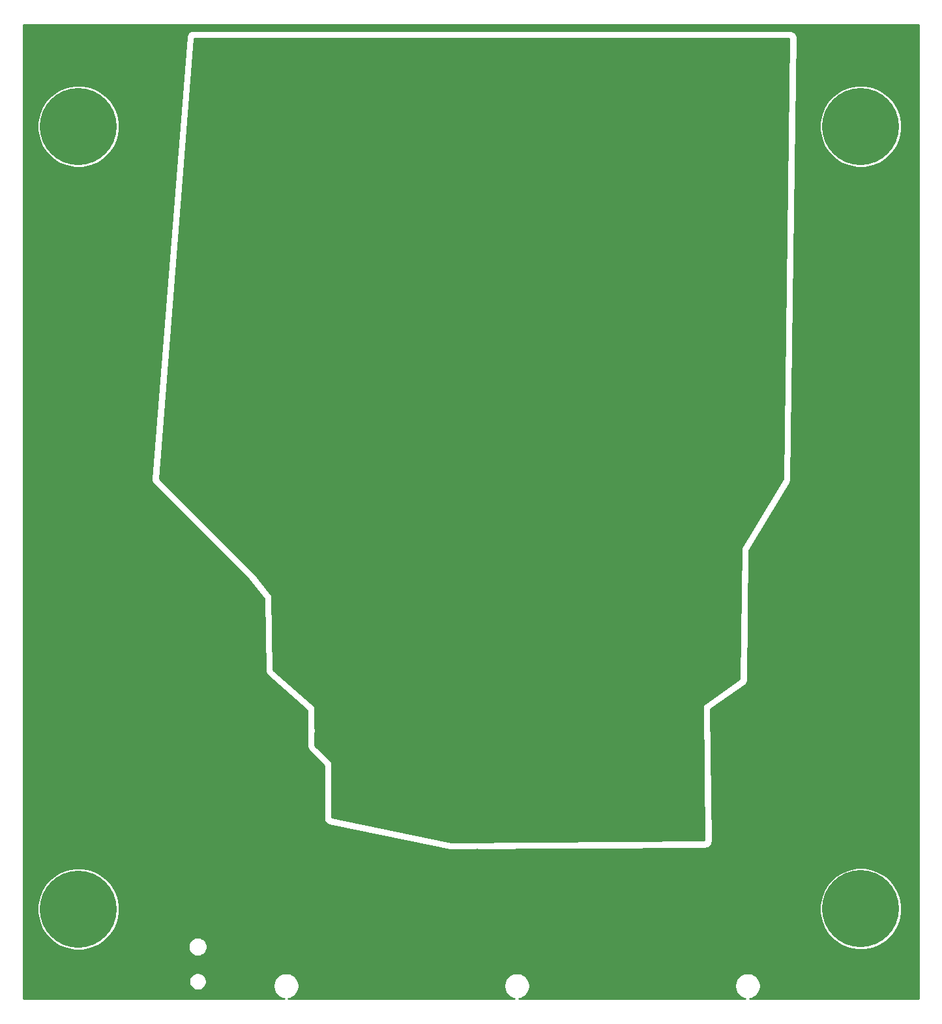
<source format=gbl>
G04 #@! TF.GenerationSoftware,KiCad,Pcbnew,(5.1.6)-1*
G04 #@! TF.CreationDate,2022-06-13T23:48:11-07:00*
G04 #@! TF.ProjectId,High current 4x1 LED mux,48696768-2063-4757-9272-656e74203478,rev?*
G04 #@! TF.SameCoordinates,Original*
G04 #@! TF.FileFunction,Copper,L2,Bot*
G04 #@! TF.FilePolarity,Positive*
%FSLAX46Y46*%
G04 Gerber Fmt 4.6, Leading zero omitted, Abs format (unit mm)*
G04 Created by KiCad (PCBNEW (5.1.6)-1) date 2022-06-13 23:48:11*
%MOMM*%
%LPD*%
G01*
G04 APERTURE LIST*
G04 #@! TA.AperFunction,ComponentPad*
%ADD10C,10.000000*%
G04 #@! TD*
G04 #@! TA.AperFunction,ViaPad*
%ADD11C,0.800000*%
G04 #@! TD*
G04 #@! TA.AperFunction,Conductor*
%ADD12C,0.254000*%
G04 #@! TD*
G04 APERTURE END LIST*
D10*
X188610000Y-147580000D03*
X87000000Y-147600000D03*
X188600000Y-46000000D03*
X87000000Y-46000000D03*
D11*
X164000000Y-33200000D03*
X156000000Y-33200000D03*
X172000000Y-33200000D03*
X80200000Y-33200000D03*
X148000000Y-33200000D03*
X188000000Y-33200000D03*
X180000000Y-33200000D03*
X142000000Y-33200000D03*
X126000000Y-33200000D03*
X134000000Y-33200000D03*
X118000000Y-33200000D03*
X195800000Y-33200000D03*
X99400000Y-33200000D03*
X105600000Y-33200000D03*
X88000000Y-33200000D03*
X112000000Y-33200000D03*
X195800000Y-74000000D03*
X195800000Y-90000000D03*
X195800000Y-50000000D03*
X195800000Y-66000000D03*
X195800000Y-33200000D03*
X195800000Y-58000000D03*
X195800000Y-98000000D03*
X195800000Y-82000000D03*
X195800000Y-106000000D03*
X195800000Y-42000000D03*
X195800000Y-154000000D03*
X195800000Y-146000000D03*
X195800000Y-158800000D03*
X195800000Y-122000000D03*
X195800000Y-130000000D03*
X195800000Y-114000000D03*
X195800000Y-138000000D03*
X80200000Y-33200000D03*
X80200000Y-42000000D03*
X80200000Y-50000000D03*
X80200000Y-58000000D03*
X80200000Y-66000000D03*
X80200000Y-74000000D03*
X80200000Y-82000000D03*
X80200000Y-90000000D03*
X80200000Y-98000000D03*
X80200000Y-106000000D03*
X80200000Y-114000000D03*
X80200000Y-122000000D03*
X80200000Y-130000000D03*
X80200000Y-138000000D03*
X80200000Y-146000000D03*
X80200000Y-154000000D03*
X80200000Y-158800000D03*
X188000000Y-158800000D03*
X180000000Y-158800000D03*
X172000000Y-158800000D03*
X164000000Y-158800000D03*
X156000000Y-158800000D03*
X148000000Y-158800000D03*
X142000000Y-158800000D03*
X134000000Y-158800000D03*
X126000000Y-158800000D03*
X118000000Y-158800000D03*
X112000000Y-158800000D03*
X88000000Y-158800000D03*
X99400000Y-158800000D03*
X105600000Y-158800000D03*
X99200000Y-111000000D03*
X99200000Y-123600000D03*
X99200000Y-117400000D03*
X105200000Y-111000000D03*
X110840000Y-111310000D03*
X110930000Y-116910000D03*
X116440000Y-124410000D03*
X106800000Y-123400000D03*
X87850000Y-122610000D03*
X87980000Y-108450000D03*
X87850000Y-90720000D03*
X87900000Y-72390000D03*
X94940000Y-72360000D03*
X95070000Y-90660000D03*
X95010000Y-108520000D03*
X95080000Y-122600000D03*
X97040000Y-139700000D03*
X111430000Y-126140000D03*
X111530000Y-128830000D03*
X111800000Y-131230000D03*
X130140000Y-142780000D03*
X115530000Y-141960000D03*
X111820000Y-133650000D03*
X116050000Y-149450000D03*
X127760000Y-151110000D03*
X143810000Y-150280000D03*
X165290000Y-150640000D03*
X179490000Y-144940000D03*
X90030000Y-55240000D03*
X88150000Y-136650000D03*
X94610000Y-136650000D03*
X104740000Y-134340000D03*
X105350000Y-125060000D03*
X99380000Y-154360000D03*
X105590000Y-154380000D03*
X99380000Y-149540000D03*
X105610000Y-149540000D03*
X86570000Y-131600000D03*
X108680000Y-106380000D03*
X97680000Y-131260000D03*
X153070000Y-146960000D03*
X100440000Y-37860000D03*
X138770000Y-140220000D03*
X141980000Y-146100000D03*
X158940000Y-140200000D03*
X102800000Y-35070000D03*
X105000000Y-37500000D03*
X107500000Y-35000000D03*
X110000000Y-37500000D03*
X112500000Y-35000000D03*
X117500000Y-35000000D03*
X120000000Y-37500000D03*
X122500000Y-35000000D03*
X102500000Y-40000000D03*
X107500000Y-40000000D03*
X112500000Y-40000000D03*
X117500000Y-40000000D03*
X122500000Y-40000000D03*
X125000000Y-37500000D03*
X127500000Y-35000000D03*
X127500000Y-40000000D03*
X132500000Y-35000000D03*
X132500000Y-40000000D03*
X135000000Y-37500000D03*
X137500000Y-35000000D03*
X137500000Y-40000000D03*
X140000000Y-37500000D03*
X142500000Y-35000000D03*
X142500000Y-40000000D03*
X145000000Y-37500000D03*
X147500000Y-35000000D03*
X147500000Y-40000000D03*
X152500000Y-35000000D03*
X152500000Y-40000000D03*
X155000000Y-37500000D03*
X157500000Y-35000000D03*
X157500000Y-40000000D03*
X160000000Y-37500000D03*
X162500000Y-35000000D03*
X162500000Y-40000000D03*
X167500000Y-35000000D03*
X167500000Y-40000000D03*
X170000000Y-37500000D03*
X170000000Y-42500000D03*
X120000000Y-122500000D03*
X120150000Y-127340000D03*
X122500000Y-125000000D03*
X125000000Y-122500000D03*
X130000000Y-122500000D03*
X135000000Y-122500000D03*
X132500000Y-125000000D03*
X127500000Y-125000000D03*
X125000000Y-127500000D03*
X130000000Y-127500000D03*
X122500000Y-130000000D03*
X127500000Y-130000000D03*
X132500000Y-130000000D03*
X130000000Y-132500000D03*
X125000000Y-132500000D03*
X122470000Y-134780000D03*
X127500000Y-134780000D03*
X132550000Y-134790000D03*
X135000000Y-132500000D03*
X137500000Y-130000000D03*
X137500000Y-135000000D03*
X140000000Y-132500000D03*
X142500000Y-130000000D03*
X142500000Y-135000000D03*
X145000000Y-132500000D03*
X145000000Y-127500000D03*
X142500000Y-125000000D03*
X140000000Y-122500000D03*
X145000000Y-122500000D03*
X147500000Y-125000000D03*
X150000000Y-122500000D03*
X150000000Y-127500000D03*
X147500000Y-130000000D03*
X150000000Y-132500000D03*
X147500000Y-135000000D03*
X152500000Y-125000000D03*
X152500000Y-130000000D03*
X152500000Y-135000000D03*
X155000000Y-122500000D03*
X155000000Y-127500000D03*
X155000000Y-132500000D03*
X157500000Y-135000000D03*
X157500000Y-130000000D03*
X157500000Y-125000000D03*
X160000000Y-122500000D03*
X160000000Y-127500000D03*
X160000000Y-132500000D03*
X162500000Y-135000000D03*
X162500000Y-130000000D03*
X162500000Y-125000000D03*
X165000000Y-122500000D03*
X165000000Y-127500000D03*
X165000000Y-132500000D03*
X167500000Y-125000000D03*
X167500000Y-130000000D03*
X167500000Y-135000000D03*
X115000000Y-37500000D03*
X130000000Y-37500000D03*
X150000000Y-37500000D03*
X165000000Y-37500000D03*
X172500000Y-35000000D03*
X172500000Y-40000000D03*
X175000000Y-37500000D03*
X177500000Y-35000000D03*
X177500000Y-40000000D03*
X175000000Y-42500000D03*
X140000000Y-137500000D03*
X145000000Y-137500000D03*
X150000000Y-137500000D03*
X155000000Y-137500000D03*
X160000000Y-137500000D03*
X165000000Y-137500000D03*
X135000000Y-42500000D03*
X150000000Y-42500000D03*
X117500000Y-42500000D03*
X117500000Y-47500000D03*
X135000000Y-47500000D03*
X150000000Y-47500000D03*
X167500000Y-47500000D03*
D12*
G36*
X196138000Y-159238000D02*
G01*
X174206317Y-159238000D01*
X174410621Y-159197361D01*
X174716726Y-159070569D01*
X174992212Y-158886494D01*
X175226494Y-158652212D01*
X175410569Y-158376726D01*
X175537361Y-158070621D01*
X175602000Y-157745662D01*
X175602000Y-157414338D01*
X175537361Y-157089379D01*
X175410569Y-156783274D01*
X175226494Y-156507788D01*
X174992212Y-156273506D01*
X174716726Y-156089431D01*
X174410621Y-155962639D01*
X174085662Y-155898000D01*
X173754338Y-155898000D01*
X173429379Y-155962639D01*
X173123274Y-156089431D01*
X172847788Y-156273506D01*
X172613506Y-156507788D01*
X172429431Y-156783274D01*
X172302639Y-157089379D01*
X172238000Y-157414338D01*
X172238000Y-157745662D01*
X172302639Y-158070621D01*
X172429431Y-158376726D01*
X172613506Y-158652212D01*
X172847788Y-158886494D01*
X173123274Y-159070569D01*
X173429379Y-159197361D01*
X173633683Y-159238000D01*
X144236317Y-159238000D01*
X144440621Y-159197361D01*
X144746726Y-159070569D01*
X145022212Y-158886494D01*
X145256494Y-158652212D01*
X145440569Y-158376726D01*
X145567361Y-158070621D01*
X145632000Y-157745662D01*
X145632000Y-157414338D01*
X145567361Y-157089379D01*
X145440569Y-156783274D01*
X145256494Y-156507788D01*
X145022212Y-156273506D01*
X144746726Y-156089431D01*
X144440621Y-155962639D01*
X144115662Y-155898000D01*
X143784338Y-155898000D01*
X143459379Y-155962639D01*
X143153274Y-156089431D01*
X142877788Y-156273506D01*
X142643506Y-156507788D01*
X142459431Y-156783274D01*
X142332639Y-157089379D01*
X142268000Y-157414338D01*
X142268000Y-157745662D01*
X142332639Y-158070621D01*
X142459431Y-158376726D01*
X142643506Y-158652212D01*
X142877788Y-158886494D01*
X143153274Y-159070569D01*
X143459379Y-159197361D01*
X143663683Y-159238000D01*
X114266317Y-159238000D01*
X114470621Y-159197361D01*
X114776726Y-159070569D01*
X115052212Y-158886494D01*
X115286494Y-158652212D01*
X115470569Y-158376726D01*
X115597361Y-158070621D01*
X115662000Y-157745662D01*
X115662000Y-157414338D01*
X115597361Y-157089379D01*
X115470569Y-156783274D01*
X115286494Y-156507788D01*
X115052212Y-156273506D01*
X114776726Y-156089431D01*
X114470621Y-155962639D01*
X114145662Y-155898000D01*
X113814338Y-155898000D01*
X113489379Y-155962639D01*
X113183274Y-156089431D01*
X112907788Y-156273506D01*
X112673506Y-156507788D01*
X112489431Y-156783274D01*
X112362639Y-157089379D01*
X112298000Y-157414338D01*
X112298000Y-157745662D01*
X112362639Y-158070621D01*
X112489431Y-158376726D01*
X112673506Y-158652212D01*
X112907788Y-158886494D01*
X113183274Y-159070569D01*
X113489379Y-159197361D01*
X113693683Y-159238000D01*
X79862000Y-159238000D01*
X79862000Y-156888015D01*
X101363000Y-156888015D01*
X101363000Y-157111985D01*
X101406695Y-157331651D01*
X101492404Y-157538571D01*
X101616835Y-157724795D01*
X101775205Y-157883165D01*
X101961429Y-158007596D01*
X102168349Y-158093305D01*
X102388015Y-158137000D01*
X102611985Y-158137000D01*
X102831651Y-158093305D01*
X103038571Y-158007596D01*
X103224795Y-157883165D01*
X103383165Y-157724795D01*
X103507596Y-157538571D01*
X103593305Y-157331651D01*
X103637000Y-157111985D01*
X103637000Y-156888015D01*
X103593305Y-156668349D01*
X103507596Y-156461429D01*
X103383165Y-156275205D01*
X103224795Y-156116835D01*
X103038571Y-155992404D01*
X102831651Y-155906695D01*
X102611985Y-155863000D01*
X102388015Y-155863000D01*
X102168349Y-155906695D01*
X101961429Y-155992404D01*
X101775205Y-156116835D01*
X101616835Y-156275205D01*
X101492404Y-156461429D01*
X101406695Y-156668349D01*
X101363000Y-156888015D01*
X79862000Y-156888015D01*
X79862000Y-147074351D01*
X81663000Y-147074351D01*
X81663000Y-148125649D01*
X81868098Y-149156745D01*
X82270412Y-150128017D01*
X82854482Y-151002139D01*
X83597861Y-151745518D01*
X84471983Y-152329588D01*
X85443255Y-152731902D01*
X86474351Y-152937000D01*
X87525649Y-152937000D01*
X88556745Y-152731902D01*
X89410739Y-152378166D01*
X101263000Y-152378166D01*
X101263000Y-152621834D01*
X101310538Y-152860819D01*
X101403785Y-153085939D01*
X101539160Y-153288541D01*
X101711459Y-153460840D01*
X101914061Y-153596215D01*
X102139181Y-153689462D01*
X102378166Y-153737000D01*
X102621834Y-153737000D01*
X102860819Y-153689462D01*
X103085939Y-153596215D01*
X103288541Y-153460840D01*
X103460840Y-153288541D01*
X103596215Y-153085939D01*
X103689462Y-152860819D01*
X103737000Y-152621834D01*
X103737000Y-152378166D01*
X103689462Y-152139181D01*
X103596215Y-151914061D01*
X103460840Y-151711459D01*
X103288541Y-151539160D01*
X103085939Y-151403785D01*
X102860819Y-151310538D01*
X102621834Y-151263000D01*
X102378166Y-151263000D01*
X102139181Y-151310538D01*
X101914061Y-151403785D01*
X101711459Y-151539160D01*
X101539160Y-151711459D01*
X101403785Y-151914061D01*
X101310538Y-152139181D01*
X101263000Y-152378166D01*
X89410739Y-152378166D01*
X89528017Y-152329588D01*
X90402139Y-151745518D01*
X91145518Y-151002139D01*
X91729588Y-150128017D01*
X92131902Y-149156745D01*
X92337000Y-148125649D01*
X92337000Y-147074351D01*
X92333022Y-147054351D01*
X183273000Y-147054351D01*
X183273000Y-148105649D01*
X183478098Y-149136745D01*
X183880412Y-150108017D01*
X184464482Y-150982139D01*
X185207861Y-151725518D01*
X186081983Y-152309588D01*
X187053255Y-152711902D01*
X188084351Y-152917000D01*
X189135649Y-152917000D01*
X190166745Y-152711902D01*
X191138017Y-152309588D01*
X192012139Y-151725518D01*
X192755518Y-150982139D01*
X193339588Y-150108017D01*
X193741902Y-149136745D01*
X193947000Y-148105649D01*
X193947000Y-147054351D01*
X193741902Y-146023255D01*
X193339588Y-145051983D01*
X192755518Y-144177861D01*
X192012139Y-143434482D01*
X191138017Y-142850412D01*
X190166745Y-142448098D01*
X189135649Y-142243000D01*
X188084351Y-142243000D01*
X187053255Y-142448098D01*
X186081983Y-142850412D01*
X185207861Y-143434482D01*
X184464482Y-144177861D01*
X183880412Y-145051983D01*
X183478098Y-146023255D01*
X183273000Y-147054351D01*
X92333022Y-147054351D01*
X92131902Y-146043255D01*
X91729588Y-145071983D01*
X91145518Y-144197861D01*
X90402139Y-143454482D01*
X89528017Y-142870412D01*
X88556745Y-142468098D01*
X87525649Y-142263000D01*
X86474351Y-142263000D01*
X85443255Y-142468098D01*
X84471983Y-142870412D01*
X83597861Y-143454482D01*
X82854482Y-144197861D01*
X82270412Y-145071983D01*
X81868098Y-146043255D01*
X81663000Y-147074351D01*
X79862000Y-147074351D01*
X79862000Y-91727114D01*
X96475870Y-91727114D01*
X96490812Y-91980849D01*
X96543564Y-92154748D01*
X96629228Y-92315014D01*
X96744512Y-92455488D01*
X109105322Y-104816298D01*
X111079655Y-107329085D01*
X111273201Y-116619308D01*
X111303001Y-116833926D01*
X111365873Y-117004427D01*
X111460800Y-117159386D01*
X111584135Y-117292848D01*
X116673000Y-121816284D01*
X116673000Y-126400000D01*
X116690812Y-126580849D01*
X116743564Y-126754748D01*
X116829228Y-126915014D01*
X116944512Y-127055488D01*
X118873000Y-128983976D01*
X118873000Y-135800000D01*
X118889748Y-135975416D01*
X118941460Y-136149627D01*
X119026166Y-136310401D01*
X119140609Y-136451562D01*
X119280392Y-136567683D01*
X119440144Y-136654302D01*
X119613725Y-136708092D01*
X135213725Y-139908092D01*
X135405618Y-139926983D01*
X168405618Y-139726983D01*
X168591168Y-139707074D01*
X168764456Y-139652350D01*
X168923739Y-139564871D01*
X169062894Y-139447997D01*
X169176575Y-139306222D01*
X169260412Y-139144993D01*
X169311184Y-138970506D01*
X169326940Y-138789467D01*
X169132463Y-121675501D01*
X173535822Y-118556455D01*
X173647732Y-118463154D01*
X173764660Y-118324045D01*
X173852204Y-118164798D01*
X173906998Y-117991532D01*
X173926936Y-117810905D01*
X174123984Y-101061791D01*
X179394896Y-92276938D01*
X179451273Y-92166964D01*
X179506508Y-91993838D01*
X179526905Y-91813262D01*
X180189929Y-45474351D01*
X183263000Y-45474351D01*
X183263000Y-46525649D01*
X183468098Y-47556745D01*
X183870412Y-48528017D01*
X184454482Y-49402139D01*
X185197861Y-50145518D01*
X186071983Y-50729588D01*
X187043255Y-51131902D01*
X188074351Y-51337000D01*
X189125649Y-51337000D01*
X190156745Y-51131902D01*
X191128017Y-50729588D01*
X192002139Y-50145518D01*
X192745518Y-49402139D01*
X193329588Y-48528017D01*
X193731902Y-47556745D01*
X193937000Y-46525649D01*
X193937000Y-45474351D01*
X193731902Y-44443255D01*
X193329588Y-43471983D01*
X192745518Y-42597861D01*
X192002139Y-41854482D01*
X191128017Y-41270412D01*
X190156745Y-40868098D01*
X189125649Y-40663000D01*
X188074351Y-40663000D01*
X187043255Y-40868098D01*
X186071983Y-41270412D01*
X185197861Y-41854482D01*
X184454482Y-42597861D01*
X183870412Y-43471983D01*
X183468098Y-44443255D01*
X183263000Y-45474351D01*
X180189929Y-45474351D01*
X180346905Y-34503262D01*
X180329188Y-34309151D01*
X180276436Y-34135252D01*
X180190772Y-33974986D01*
X180075488Y-33834512D01*
X179935014Y-33719228D01*
X179774748Y-33633564D01*
X179600849Y-33580812D01*
X179420000Y-33563000D01*
X101920000Y-33563000D01*
X101811196Y-33569407D01*
X101633688Y-33608323D01*
X101467183Y-33681121D01*
X101318079Y-33785003D01*
X101192107Y-33915979D01*
X101094107Y-34069013D01*
X101027846Y-34238226D01*
X100995870Y-34417114D01*
X96475870Y-91727114D01*
X79862000Y-91727114D01*
X79862000Y-45474351D01*
X81663000Y-45474351D01*
X81663000Y-46525649D01*
X81868098Y-47556745D01*
X82270412Y-48528017D01*
X82854482Y-49402139D01*
X83597861Y-50145518D01*
X84471983Y-50729588D01*
X85443255Y-51131902D01*
X86474351Y-51337000D01*
X87525649Y-51337000D01*
X88556745Y-51131902D01*
X89528017Y-50729588D01*
X90402139Y-50145518D01*
X91145518Y-49402139D01*
X91729588Y-48528017D01*
X92131902Y-47556745D01*
X92337000Y-46525649D01*
X92337000Y-45474351D01*
X92131902Y-44443255D01*
X91729588Y-43471983D01*
X91145518Y-42597861D01*
X90402139Y-41854482D01*
X89528017Y-41270412D01*
X88556745Y-40868098D01*
X87525649Y-40663000D01*
X86474351Y-40663000D01*
X85443255Y-40868098D01*
X84471983Y-41270412D01*
X83597861Y-41854482D01*
X82854482Y-42597861D01*
X82270412Y-43471983D01*
X81868098Y-44443255D01*
X81663000Y-45474351D01*
X79862000Y-45474351D01*
X79862000Y-32862000D01*
X196138001Y-32862000D01*
X196138000Y-159238000D01*
G37*
X196138000Y-159238000D02*
X174206317Y-159238000D01*
X174410621Y-159197361D01*
X174716726Y-159070569D01*
X174992212Y-158886494D01*
X175226494Y-158652212D01*
X175410569Y-158376726D01*
X175537361Y-158070621D01*
X175602000Y-157745662D01*
X175602000Y-157414338D01*
X175537361Y-157089379D01*
X175410569Y-156783274D01*
X175226494Y-156507788D01*
X174992212Y-156273506D01*
X174716726Y-156089431D01*
X174410621Y-155962639D01*
X174085662Y-155898000D01*
X173754338Y-155898000D01*
X173429379Y-155962639D01*
X173123274Y-156089431D01*
X172847788Y-156273506D01*
X172613506Y-156507788D01*
X172429431Y-156783274D01*
X172302639Y-157089379D01*
X172238000Y-157414338D01*
X172238000Y-157745662D01*
X172302639Y-158070621D01*
X172429431Y-158376726D01*
X172613506Y-158652212D01*
X172847788Y-158886494D01*
X173123274Y-159070569D01*
X173429379Y-159197361D01*
X173633683Y-159238000D01*
X144236317Y-159238000D01*
X144440621Y-159197361D01*
X144746726Y-159070569D01*
X145022212Y-158886494D01*
X145256494Y-158652212D01*
X145440569Y-158376726D01*
X145567361Y-158070621D01*
X145632000Y-157745662D01*
X145632000Y-157414338D01*
X145567361Y-157089379D01*
X145440569Y-156783274D01*
X145256494Y-156507788D01*
X145022212Y-156273506D01*
X144746726Y-156089431D01*
X144440621Y-155962639D01*
X144115662Y-155898000D01*
X143784338Y-155898000D01*
X143459379Y-155962639D01*
X143153274Y-156089431D01*
X142877788Y-156273506D01*
X142643506Y-156507788D01*
X142459431Y-156783274D01*
X142332639Y-157089379D01*
X142268000Y-157414338D01*
X142268000Y-157745662D01*
X142332639Y-158070621D01*
X142459431Y-158376726D01*
X142643506Y-158652212D01*
X142877788Y-158886494D01*
X143153274Y-159070569D01*
X143459379Y-159197361D01*
X143663683Y-159238000D01*
X114266317Y-159238000D01*
X114470621Y-159197361D01*
X114776726Y-159070569D01*
X115052212Y-158886494D01*
X115286494Y-158652212D01*
X115470569Y-158376726D01*
X115597361Y-158070621D01*
X115662000Y-157745662D01*
X115662000Y-157414338D01*
X115597361Y-157089379D01*
X115470569Y-156783274D01*
X115286494Y-156507788D01*
X115052212Y-156273506D01*
X114776726Y-156089431D01*
X114470621Y-155962639D01*
X114145662Y-155898000D01*
X113814338Y-155898000D01*
X113489379Y-155962639D01*
X113183274Y-156089431D01*
X112907788Y-156273506D01*
X112673506Y-156507788D01*
X112489431Y-156783274D01*
X112362639Y-157089379D01*
X112298000Y-157414338D01*
X112298000Y-157745662D01*
X112362639Y-158070621D01*
X112489431Y-158376726D01*
X112673506Y-158652212D01*
X112907788Y-158886494D01*
X113183274Y-159070569D01*
X113489379Y-159197361D01*
X113693683Y-159238000D01*
X79862000Y-159238000D01*
X79862000Y-156888015D01*
X101363000Y-156888015D01*
X101363000Y-157111985D01*
X101406695Y-157331651D01*
X101492404Y-157538571D01*
X101616835Y-157724795D01*
X101775205Y-157883165D01*
X101961429Y-158007596D01*
X102168349Y-158093305D01*
X102388015Y-158137000D01*
X102611985Y-158137000D01*
X102831651Y-158093305D01*
X103038571Y-158007596D01*
X103224795Y-157883165D01*
X103383165Y-157724795D01*
X103507596Y-157538571D01*
X103593305Y-157331651D01*
X103637000Y-157111985D01*
X103637000Y-156888015D01*
X103593305Y-156668349D01*
X103507596Y-156461429D01*
X103383165Y-156275205D01*
X103224795Y-156116835D01*
X103038571Y-155992404D01*
X102831651Y-155906695D01*
X102611985Y-155863000D01*
X102388015Y-155863000D01*
X102168349Y-155906695D01*
X101961429Y-155992404D01*
X101775205Y-156116835D01*
X101616835Y-156275205D01*
X101492404Y-156461429D01*
X101406695Y-156668349D01*
X101363000Y-156888015D01*
X79862000Y-156888015D01*
X79862000Y-147074351D01*
X81663000Y-147074351D01*
X81663000Y-148125649D01*
X81868098Y-149156745D01*
X82270412Y-150128017D01*
X82854482Y-151002139D01*
X83597861Y-151745518D01*
X84471983Y-152329588D01*
X85443255Y-152731902D01*
X86474351Y-152937000D01*
X87525649Y-152937000D01*
X88556745Y-152731902D01*
X89410739Y-152378166D01*
X101263000Y-152378166D01*
X101263000Y-152621834D01*
X101310538Y-152860819D01*
X101403785Y-153085939D01*
X101539160Y-153288541D01*
X101711459Y-153460840D01*
X101914061Y-153596215D01*
X102139181Y-153689462D01*
X102378166Y-153737000D01*
X102621834Y-153737000D01*
X102860819Y-153689462D01*
X103085939Y-153596215D01*
X103288541Y-153460840D01*
X103460840Y-153288541D01*
X103596215Y-153085939D01*
X103689462Y-152860819D01*
X103737000Y-152621834D01*
X103737000Y-152378166D01*
X103689462Y-152139181D01*
X103596215Y-151914061D01*
X103460840Y-151711459D01*
X103288541Y-151539160D01*
X103085939Y-151403785D01*
X102860819Y-151310538D01*
X102621834Y-151263000D01*
X102378166Y-151263000D01*
X102139181Y-151310538D01*
X101914061Y-151403785D01*
X101711459Y-151539160D01*
X101539160Y-151711459D01*
X101403785Y-151914061D01*
X101310538Y-152139181D01*
X101263000Y-152378166D01*
X89410739Y-152378166D01*
X89528017Y-152329588D01*
X90402139Y-151745518D01*
X91145518Y-151002139D01*
X91729588Y-150128017D01*
X92131902Y-149156745D01*
X92337000Y-148125649D01*
X92337000Y-147074351D01*
X92333022Y-147054351D01*
X183273000Y-147054351D01*
X183273000Y-148105649D01*
X183478098Y-149136745D01*
X183880412Y-150108017D01*
X184464482Y-150982139D01*
X185207861Y-151725518D01*
X186081983Y-152309588D01*
X187053255Y-152711902D01*
X188084351Y-152917000D01*
X189135649Y-152917000D01*
X190166745Y-152711902D01*
X191138017Y-152309588D01*
X192012139Y-151725518D01*
X192755518Y-150982139D01*
X193339588Y-150108017D01*
X193741902Y-149136745D01*
X193947000Y-148105649D01*
X193947000Y-147054351D01*
X193741902Y-146023255D01*
X193339588Y-145051983D01*
X192755518Y-144177861D01*
X192012139Y-143434482D01*
X191138017Y-142850412D01*
X190166745Y-142448098D01*
X189135649Y-142243000D01*
X188084351Y-142243000D01*
X187053255Y-142448098D01*
X186081983Y-142850412D01*
X185207861Y-143434482D01*
X184464482Y-144177861D01*
X183880412Y-145051983D01*
X183478098Y-146023255D01*
X183273000Y-147054351D01*
X92333022Y-147054351D01*
X92131902Y-146043255D01*
X91729588Y-145071983D01*
X91145518Y-144197861D01*
X90402139Y-143454482D01*
X89528017Y-142870412D01*
X88556745Y-142468098D01*
X87525649Y-142263000D01*
X86474351Y-142263000D01*
X85443255Y-142468098D01*
X84471983Y-142870412D01*
X83597861Y-143454482D01*
X82854482Y-144197861D01*
X82270412Y-145071983D01*
X81868098Y-146043255D01*
X81663000Y-147074351D01*
X79862000Y-147074351D01*
X79862000Y-91727114D01*
X96475870Y-91727114D01*
X96490812Y-91980849D01*
X96543564Y-92154748D01*
X96629228Y-92315014D01*
X96744512Y-92455488D01*
X109105322Y-104816298D01*
X111079655Y-107329085D01*
X111273201Y-116619308D01*
X111303001Y-116833926D01*
X111365873Y-117004427D01*
X111460800Y-117159386D01*
X111584135Y-117292848D01*
X116673000Y-121816284D01*
X116673000Y-126400000D01*
X116690812Y-126580849D01*
X116743564Y-126754748D01*
X116829228Y-126915014D01*
X116944512Y-127055488D01*
X118873000Y-128983976D01*
X118873000Y-135800000D01*
X118889748Y-135975416D01*
X118941460Y-136149627D01*
X119026166Y-136310401D01*
X119140609Y-136451562D01*
X119280392Y-136567683D01*
X119440144Y-136654302D01*
X119613725Y-136708092D01*
X135213725Y-139908092D01*
X135405618Y-139926983D01*
X168405618Y-139726983D01*
X168591168Y-139707074D01*
X168764456Y-139652350D01*
X168923739Y-139564871D01*
X169062894Y-139447997D01*
X169176575Y-139306222D01*
X169260412Y-139144993D01*
X169311184Y-138970506D01*
X169326940Y-138789467D01*
X169132463Y-121675501D01*
X173535822Y-118556455D01*
X173647732Y-118463154D01*
X173764660Y-118324045D01*
X173852204Y-118164798D01*
X173906998Y-117991532D01*
X173926936Y-117810905D01*
X174123984Y-101061791D01*
X179394896Y-92276938D01*
X179451273Y-92166964D01*
X179506508Y-91993838D01*
X179526905Y-91813262D01*
X180189929Y-45474351D01*
X183263000Y-45474351D01*
X183263000Y-46525649D01*
X183468098Y-47556745D01*
X183870412Y-48528017D01*
X184454482Y-49402139D01*
X185197861Y-50145518D01*
X186071983Y-50729588D01*
X187043255Y-51131902D01*
X188074351Y-51337000D01*
X189125649Y-51337000D01*
X190156745Y-51131902D01*
X191128017Y-50729588D01*
X192002139Y-50145518D01*
X192745518Y-49402139D01*
X193329588Y-48528017D01*
X193731902Y-47556745D01*
X193937000Y-46525649D01*
X193937000Y-45474351D01*
X193731902Y-44443255D01*
X193329588Y-43471983D01*
X192745518Y-42597861D01*
X192002139Y-41854482D01*
X191128017Y-41270412D01*
X190156745Y-40868098D01*
X189125649Y-40663000D01*
X188074351Y-40663000D01*
X187043255Y-40868098D01*
X186071983Y-41270412D01*
X185197861Y-41854482D01*
X184454482Y-42597861D01*
X183870412Y-43471983D01*
X183468098Y-44443255D01*
X183263000Y-45474351D01*
X180189929Y-45474351D01*
X180346905Y-34503262D01*
X180329188Y-34309151D01*
X180276436Y-34135252D01*
X180190772Y-33974986D01*
X180075488Y-33834512D01*
X179935014Y-33719228D01*
X179774748Y-33633564D01*
X179600849Y-33580812D01*
X179420000Y-33563000D01*
X101920000Y-33563000D01*
X101811196Y-33569407D01*
X101633688Y-33608323D01*
X101467183Y-33681121D01*
X101318079Y-33785003D01*
X101192107Y-33915979D01*
X101094107Y-34069013D01*
X101027846Y-34238226D01*
X100995870Y-34417114D01*
X96475870Y-91727114D01*
X79862000Y-91727114D01*
X79862000Y-45474351D01*
X81663000Y-45474351D01*
X81663000Y-46525649D01*
X81868098Y-47556745D01*
X82270412Y-48528017D01*
X82854482Y-49402139D01*
X83597861Y-50145518D01*
X84471983Y-50729588D01*
X85443255Y-51131902D01*
X86474351Y-51337000D01*
X87525649Y-51337000D01*
X88556745Y-51131902D01*
X89528017Y-50729588D01*
X90402139Y-50145518D01*
X91145518Y-49402139D01*
X91729588Y-48528017D01*
X92131902Y-47556745D01*
X92337000Y-46525649D01*
X92337000Y-45474351D01*
X92131902Y-44443255D01*
X91729588Y-43471983D01*
X91145518Y-42597861D01*
X90402139Y-41854482D01*
X89528017Y-41270412D01*
X88556745Y-40868098D01*
X87525649Y-40663000D01*
X86474351Y-40663000D01*
X85443255Y-40868098D01*
X84471983Y-41270412D01*
X83597861Y-41854482D01*
X82854482Y-42597861D01*
X82270412Y-43471983D01*
X81868098Y-44443255D01*
X81663000Y-45474351D01*
X79862000Y-45474351D01*
X79862000Y-32862000D01*
X196138001Y-32862000D01*
X196138000Y-159238000D01*
G36*
X178473502Y-91763985D02*
G01*
X173091098Y-100734659D01*
X173080444Y-100757160D01*
X173074383Y-100781308D01*
X173073009Y-100798506D01*
X172873770Y-117733780D01*
X168126592Y-121096365D01*
X168107784Y-121112677D01*
X168092520Y-121132346D01*
X168081387Y-121154614D01*
X168074811Y-121178626D01*
X168073008Y-121201443D01*
X168271557Y-138673776D01*
X135412511Y-138872922D01*
X119927000Y-135696406D01*
X119927000Y-128600000D01*
X119924560Y-128575224D01*
X119917333Y-128551399D01*
X119905597Y-128529443D01*
X119889803Y-128510197D01*
X117727000Y-126347394D01*
X117727000Y-124741791D01*
X117767000Y-124540698D01*
X117767000Y-124279302D01*
X117727000Y-124078209D01*
X117727000Y-121400000D01*
X117724560Y-121375224D01*
X117717333Y-121351399D01*
X117705597Y-121329443D01*
X117684374Y-121305079D01*
X112325817Y-116541917D01*
X112126972Y-106997355D01*
X112124017Y-106972634D01*
X112116295Y-106948966D01*
X112099862Y-106921537D01*
X109899862Y-104121537D01*
X109889803Y-104110197D01*
X97531211Y-91751605D01*
X102037378Y-34617000D01*
X179291170Y-34617000D01*
X178473502Y-91763985D01*
G37*
X178473502Y-91763985D02*
X173091098Y-100734659D01*
X173080444Y-100757160D01*
X173074383Y-100781308D01*
X173073009Y-100798506D01*
X172873770Y-117733780D01*
X168126592Y-121096365D01*
X168107784Y-121112677D01*
X168092520Y-121132346D01*
X168081387Y-121154614D01*
X168074811Y-121178626D01*
X168073008Y-121201443D01*
X168271557Y-138673776D01*
X135412511Y-138872922D01*
X119927000Y-135696406D01*
X119927000Y-128600000D01*
X119924560Y-128575224D01*
X119917333Y-128551399D01*
X119905597Y-128529443D01*
X119889803Y-128510197D01*
X117727000Y-126347394D01*
X117727000Y-124741791D01*
X117767000Y-124540698D01*
X117767000Y-124279302D01*
X117727000Y-124078209D01*
X117727000Y-121400000D01*
X117724560Y-121375224D01*
X117717333Y-121351399D01*
X117705597Y-121329443D01*
X117684374Y-121305079D01*
X112325817Y-116541917D01*
X112126972Y-106997355D01*
X112124017Y-106972634D01*
X112116295Y-106948966D01*
X112099862Y-106921537D01*
X109899862Y-104121537D01*
X109889803Y-104110197D01*
X97531211Y-91751605D01*
X102037378Y-34617000D01*
X179291170Y-34617000D01*
X178473502Y-91763985D01*
M02*

</source>
